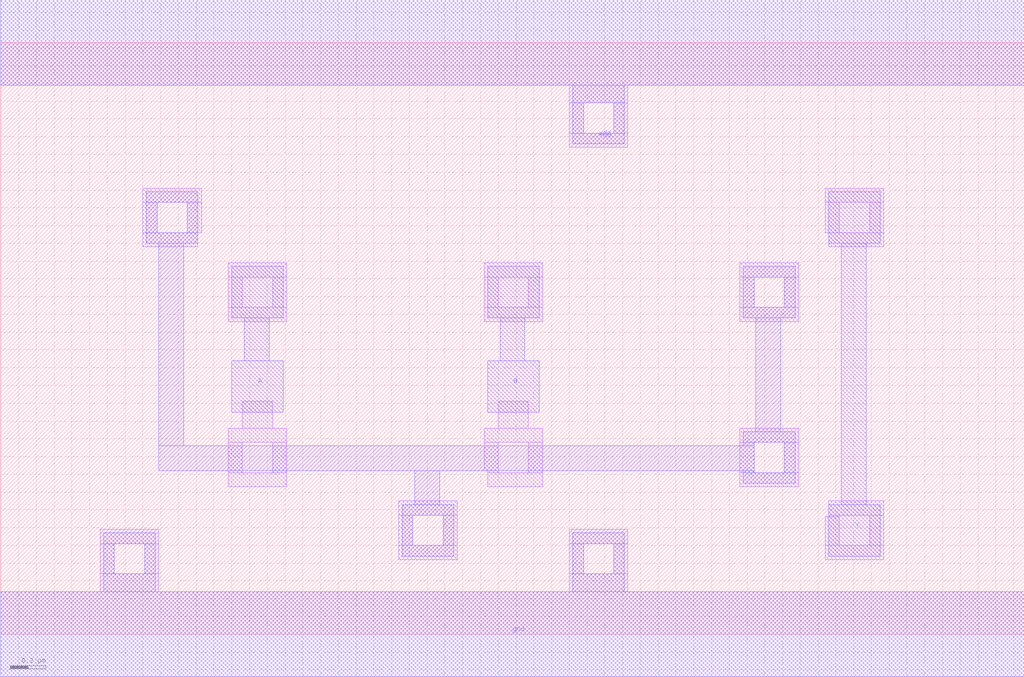
<source format=lef>
VERSION 5.7 ;
  NOWIREEXTENSIONATPIN ON ;
  DIVIDERCHAR "/" ;
  BUSBITCHARS "[]" ;
MACRO OR2X1
  CLASS CORE ;
  FOREIGN OR2X1 ;
  ORIGIN 0.000 0.000 ;
  SIZE 5.760 BY 3.330 ;
  SYMMETRY X Y R90 ;
  SITE unit ;
  PIN vdd
    DIRECTION INOUT ;
    USE POWER ;
    SHAPE ABUTMENT ;
    PORT
      LAYER met1 ;
        RECT 0.000 3.090 5.760 3.570 ;
        RECT 3.220 2.990 3.510 3.090 ;
        RECT 3.220 2.820 3.280 2.990 ;
        RECT 3.450 2.820 3.510 2.990 ;
        RECT 3.220 2.760 3.510 2.820 ;
    END
    PORT
      LAYER li1 ;
        RECT 0.000 3.090 5.760 3.570 ;
        RECT 3.200 2.990 3.530 3.090 ;
        RECT 3.200 2.820 3.280 2.990 ;
        RECT 3.450 2.820 3.530 2.990 ;
        RECT 3.200 2.740 3.530 2.820 ;
    END
  END vdd
  PIN gnd
    DIRECTION INOUT ;
    USE GROUND ;
    SHAPE ABUTMENT ;
    PORT
      LAYER met1 ;
        RECT 0.580 0.510 0.870 0.570 ;
        RECT 0.580 0.340 0.640 0.510 ;
        RECT 0.810 0.340 0.870 0.510 ;
        RECT 0.580 0.240 0.870 0.340 ;
        RECT 3.220 0.510 3.510 0.570 ;
        RECT 3.220 0.340 3.280 0.510 ;
        RECT 3.450 0.340 3.510 0.510 ;
        RECT 3.220 0.240 3.510 0.340 ;
        RECT 0.000 -0.240 5.760 0.240 ;
    END
    PORT
      LAYER li1 ;
        RECT 0.560 0.510 0.890 0.590 ;
        RECT 0.560 0.340 0.640 0.510 ;
        RECT 0.810 0.340 0.890 0.510 ;
        RECT 0.560 0.240 0.890 0.340 ;
        RECT 3.200 0.510 3.530 0.590 ;
        RECT 3.200 0.340 3.280 0.510 ;
        RECT 3.450 0.340 3.530 0.510 ;
        RECT 3.200 0.240 3.530 0.340 ;
        RECT 0.000 -0.240 5.760 0.240 ;
    END
  END gnd
  PIN Y
    DIRECTION INOUT ;
    USE SIGNAL ;
    SHAPE ABUTMENT ;
    PORT
      LAYER met1 ;
        RECT 4.660 2.200 4.950 2.490 ;
        RECT 4.730 0.730 4.870 2.200 ;
        RECT 4.660 0.440 4.950 0.730 ;
    END
  END Y
  PIN B
    DIRECTION INOUT ;
    USE SIGNAL ;
    SHAPE ABUTMENT ;
    PORT
      LAYER met1 ;
        RECT 2.740 1.780 3.030 2.070 ;
        RECT 2.810 1.540 2.950 1.780 ;
        RECT 2.740 1.250 3.030 1.540 ;
    END
  END B
  PIN A
    DIRECTION INOUT ;
    USE SIGNAL ;
    SHAPE ABUTMENT ;
    PORT
      LAYER met1 ;
        RECT 1.300 1.780 1.590 2.070 ;
        RECT 1.370 1.540 1.510 1.780 ;
        RECT 1.300 1.250 1.590 1.540 ;
    END
  END A
  OBS
      LAYER li1 ;
        RECT 0.800 2.430 1.130 2.510 ;
        RECT 0.800 2.260 0.880 2.430 ;
        RECT 1.050 2.260 1.130 2.430 ;
        RECT 4.640 2.430 4.970 2.510 ;
        RECT 4.640 2.260 4.720 2.430 ;
        RECT 4.890 2.260 4.970 2.430 ;
        RECT 0.800 2.180 1.110 2.260 ;
        RECT 4.660 2.180 4.970 2.260 ;
        RECT 1.280 2.010 1.610 2.090 ;
        RECT 1.280 1.840 1.360 2.010 ;
        RECT 1.530 1.840 1.610 2.010 ;
        RECT 1.280 1.760 1.610 1.840 ;
        RECT 2.720 2.010 3.050 2.090 ;
        RECT 2.720 1.840 2.800 2.010 ;
        RECT 2.970 1.840 3.050 2.010 ;
        RECT 2.720 1.760 3.050 1.840 ;
        RECT 4.160 2.010 4.490 2.090 ;
        RECT 4.160 1.840 4.240 2.010 ;
        RECT 4.410 1.840 4.490 2.010 ;
        RECT 4.160 1.760 4.490 1.840 ;
        RECT 1.360 1.160 1.530 1.310 ;
        RECT 2.800 1.160 2.970 1.310 ;
        RECT 1.280 1.080 1.610 1.160 ;
        RECT 1.280 0.910 1.360 1.080 ;
        RECT 1.530 0.910 1.610 1.080 ;
        RECT 2.720 1.080 3.050 1.160 ;
        RECT 2.720 0.920 2.800 1.080 ;
        RECT 1.280 0.830 1.610 0.910 ;
        RECT 2.740 0.910 2.800 0.920 ;
        RECT 2.970 0.910 3.050 1.080 ;
        RECT 2.740 0.830 3.050 0.910 ;
        RECT 4.160 1.080 4.490 1.160 ;
        RECT 4.160 0.910 4.240 1.080 ;
        RECT 4.410 0.910 4.490 1.080 ;
        RECT 4.160 0.830 4.490 0.910 ;
        RECT 2.240 0.670 2.570 0.750 ;
        RECT 2.240 0.500 2.320 0.670 ;
        RECT 2.490 0.500 2.570 0.670 ;
        RECT 4.660 0.670 4.970 0.750 ;
        RECT 4.660 0.660 4.720 0.670 ;
        RECT 2.240 0.420 2.570 0.500 ;
        RECT 4.640 0.500 4.720 0.660 ;
        RECT 4.890 0.500 4.970 0.670 ;
        RECT 4.640 0.420 4.970 0.500 ;
      LAYER met1 ;
        RECT 0.820 2.430 1.110 2.490 ;
        RECT 0.820 2.260 0.880 2.430 ;
        RECT 1.050 2.260 1.110 2.430 ;
        RECT 0.820 2.200 1.110 2.260 ;
        RECT 0.890 1.060 1.030 2.200 ;
        RECT 4.180 2.010 4.470 2.070 ;
        RECT 4.180 1.840 4.240 2.010 ;
        RECT 4.410 1.840 4.470 2.010 ;
        RECT 4.180 1.780 4.470 1.840 ;
        RECT 4.250 1.140 4.390 1.780 ;
        RECT 4.180 1.080 4.470 1.140 ;
        RECT 4.180 1.060 4.240 1.080 ;
        RECT 0.890 0.920 4.240 1.060 ;
        RECT 2.330 0.730 2.470 0.920 ;
        RECT 4.180 0.910 4.240 0.920 ;
        RECT 4.410 0.910 4.470 1.080 ;
        RECT 4.180 0.850 4.470 0.910 ;
        RECT 2.260 0.670 2.550 0.730 ;
        RECT 2.260 0.500 2.320 0.670 ;
        RECT 2.490 0.500 2.550 0.670 ;
        RECT 2.260 0.440 2.550 0.500 ;
  END
END OR2X1
END LIBRARY


</source>
